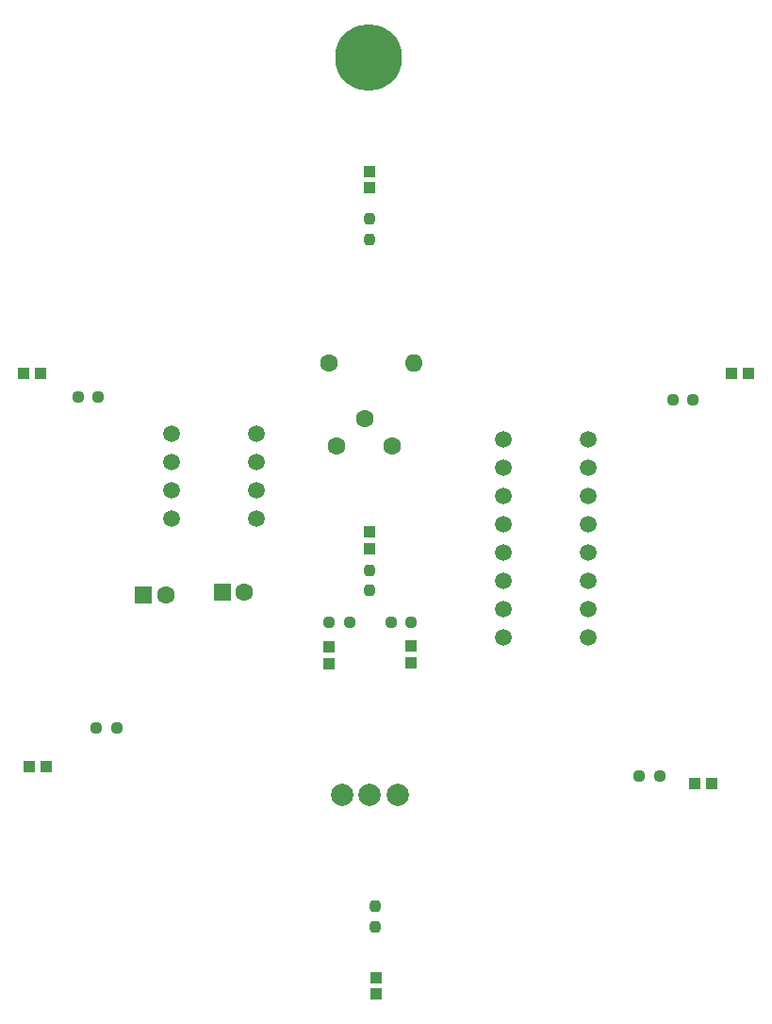
<source format=gts>
%TF.GenerationSoftware,KiCad,Pcbnew,(6.0.7)*%
%TF.CreationDate,2022-10-09T20:43:52-07:00*%
%TF.ProjectId,IEEE_PCB_SMD,49454545-5f50-4434-925f-534d442e6b69,rev?*%
%TF.SameCoordinates,Original*%
%TF.FileFunction,Soldermask,Top*%
%TF.FilePolarity,Negative*%
%FSLAX46Y46*%
G04 Gerber Fmt 4.6, Leading zero omitted, Abs format (unit mm)*
G04 Created by KiCad (PCBNEW (6.0.7)) date 2022-10-09 20:43:52*
%MOMM*%
%LPD*%
G01*
G04 APERTURE LIST*
G04 Aperture macros list*
%AMRoundRect*
0 Rectangle with rounded corners*
0 $1 Rounding radius*
0 $2 $3 $4 $5 $6 $7 $8 $9 X,Y pos of 4 corners*
0 Add a 4 corners polygon primitive as box body*
4,1,4,$2,$3,$4,$5,$6,$7,$8,$9,$2,$3,0*
0 Add four circle primitives for the rounded corners*
1,1,$1+$1,$2,$3*
1,1,$1+$1,$4,$5*
1,1,$1+$1,$6,$7*
1,1,$1+$1,$8,$9*
0 Add four rect primitives between the rounded corners*
20,1,$1+$1,$2,$3,$4,$5,0*
20,1,$1+$1,$4,$5,$6,$7,0*
20,1,$1+$1,$6,$7,$8,$9,0*
20,1,$1+$1,$8,$9,$2,$3,0*%
G04 Aperture macros list end*
%ADD10R,1.000000X1.000000*%
%ADD11C,1.600000*%
%ADD12RoundRect,0.237500X-0.250000X-0.237500X0.250000X-0.237500X0.250000X0.237500X-0.250000X0.237500X0*%
%ADD13C,1.500000*%
%ADD14RoundRect,0.237500X0.250000X0.237500X-0.250000X0.237500X-0.250000X-0.237500X0.250000X-0.237500X0*%
%ADD15RoundRect,0.237500X-0.237500X0.250000X-0.237500X-0.250000X0.237500X-0.250000X0.237500X0.250000X0*%
%ADD16C,2.000000*%
%ADD17C,6.000000*%
%ADD18RoundRect,0.237500X0.237500X-0.250000X0.237500X0.250000X-0.237500X0.250000X-0.237500X-0.250000X0*%
%ADD19O,1.600000X1.600000*%
%ADD20R,1.600000X1.600000*%
G04 APERTURE END LIST*
D10*
%TO.C,D6*%
X150071000Y-129378000D03*
X150071000Y-127878000D03*
%TD*%
D11*
%TO.C,RV1*%
X151565000Y-80175000D03*
X149065000Y-77675000D03*
X146565000Y-80175000D03*
%TD*%
D10*
%TO.C,D3*%
X180256000Y-110519000D03*
X178756000Y-110519000D03*
%TD*%
D12*
%TO.C,R4*%
X173736849Y-109816833D03*
X175561849Y-109816833D03*
%TD*%
D10*
%TO.C,D2*%
X118942000Y-108976000D03*
X120442000Y-108976000D03*
%TD*%
D13*
%TO.C,U2*%
X161567846Y-79600154D03*
X161567846Y-82140154D03*
X161567846Y-84680154D03*
X161567846Y-87220154D03*
X161567846Y-89760154D03*
X161567846Y-92300154D03*
X161567846Y-94840154D03*
X161567846Y-97380154D03*
X169187846Y-97380154D03*
X169187846Y-94840154D03*
X169187846Y-92300154D03*
X169187846Y-89760154D03*
X169187846Y-87220154D03*
X169187846Y-84680154D03*
X169187846Y-82140154D03*
X169187846Y-79600154D03*
%TD*%
D14*
%TO.C,R9*%
X147717349Y-96027833D03*
X145892349Y-96027833D03*
%TD*%
%TO.C,R3*%
X126778849Y-105519833D03*
X124953849Y-105519833D03*
%TD*%
D12*
%TO.C,R10*%
X151442349Y-96027833D03*
X153267349Y-96027833D03*
%TD*%
D10*
%TO.C,D7*%
X149537849Y-87900833D03*
X149537849Y-89400833D03*
%TD*%
D15*
%TO.C,R7*%
X150049849Y-121506333D03*
X150049849Y-123331333D03*
%TD*%
D10*
%TO.C,D5*%
X183505849Y-73675833D03*
X182005849Y-73675833D03*
%TD*%
D12*
%TO.C,R6*%
X176759849Y-75977833D03*
X178584849Y-75977833D03*
%TD*%
D16*
%TO.C,SW1*%
X152037846Y-111514154D03*
X149537846Y-111514154D03*
X147037846Y-111514154D03*
%TD*%
D17*
%TO.C,REF\u002A\u002A*%
X149461000Y-45277000D03*
%TD*%
D14*
%TO.C,R5*%
X125135349Y-75750833D03*
X123310349Y-75750833D03*
%TD*%
D10*
%TO.C,D8*%
X145890849Y-99722833D03*
X145890849Y-98222833D03*
%TD*%
%TO.C,D1*%
X149491000Y-55494000D03*
X149491000Y-56994000D03*
%TD*%
D18*
%TO.C,R8*%
X149534849Y-93133833D03*
X149534849Y-91308833D03*
%TD*%
D10*
%TO.C,D9*%
X153265849Y-99637833D03*
X153265849Y-98137833D03*
%TD*%
D11*
%TO.C,R1*%
X145866846Y-72753154D03*
D19*
X153486846Y-72753154D03*
%TD*%
D13*
%TO.C,U1*%
X131730846Y-79074961D03*
X131730846Y-81614961D03*
X131730846Y-84154961D03*
X131730846Y-86694961D03*
X139350846Y-86694961D03*
X139350846Y-84154961D03*
X139350846Y-81614961D03*
X139350846Y-79074961D03*
%TD*%
D10*
%TO.C,D4*%
X118467000Y-73661000D03*
X119967000Y-73661000D03*
%TD*%
D18*
%TO.C,R2*%
X149484849Y-61621333D03*
X149484849Y-59796333D03*
%TD*%
D20*
%TO.C,C1*%
X129178888Y-93507000D03*
D11*
X131178888Y-93507000D03*
%TD*%
D20*
%TO.C,C2*%
X136261888Y-93324000D03*
D11*
X138261888Y-93324000D03*
%TD*%
M02*

</source>
